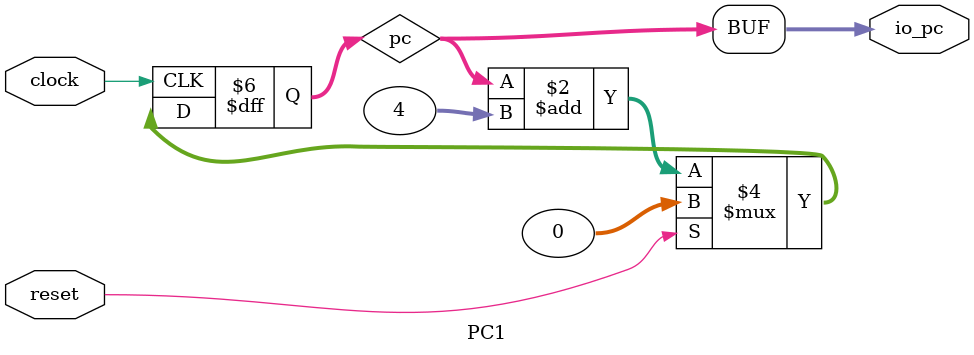
<source format=v>
module PC1(
  input         clock,
                reset,
  output [31:0] io_pc
);

  reg [31:0] pc;
  always @(posedge clock) begin
    if (reset)
      pc <= 32'h0;
    else
      pc <= pc + 32'h4;
  end // always @(posedge)
  assign io_pc = pc;
endmodule
</source>
